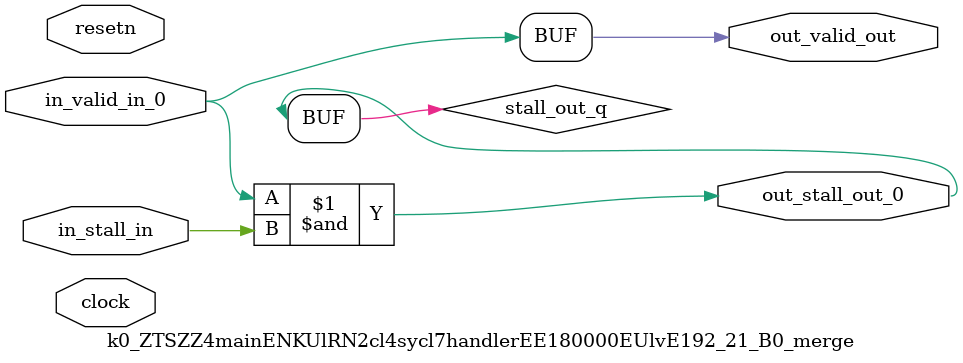
<source format=sv>



(* altera_attribute = "-name AUTO_SHIFT_REGISTER_RECOGNITION OFF; -name MESSAGE_DISABLE 10036; -name MESSAGE_DISABLE 10037; -name MESSAGE_DISABLE 14130; -name MESSAGE_DISABLE 14320; -name MESSAGE_DISABLE 15400; -name MESSAGE_DISABLE 14130; -name MESSAGE_DISABLE 10036; -name MESSAGE_DISABLE 12020; -name MESSAGE_DISABLE 12030; -name MESSAGE_DISABLE 12010; -name MESSAGE_DISABLE 12110; -name MESSAGE_DISABLE 14320; -name MESSAGE_DISABLE 13410; -name MESSAGE_DISABLE 113007; -name MESSAGE_DISABLE 10958" *)
module k0_ZTSZZ4mainENKUlRN2cl4sycl7handlerEE180000EUlvE192_21_B0_merge (
    input wire [0:0] in_stall_in,
    input wire [0:0] in_valid_in_0,
    output wire [0:0] out_stall_out_0,
    output wire [0:0] out_valid_out,
    input wire clock,
    input wire resetn
    );

    wire [0:0] stall_out_q;


    // stall_out(LOGICAL,6)
    assign stall_out_q = in_valid_in_0 & in_stall_in;

    // out_stall_out_0(GPOUT,4)
    assign out_stall_out_0 = stall_out_q;

    // out_valid_out(GPOUT,5)
    assign out_valid_out = in_valid_in_0;

endmodule

</source>
